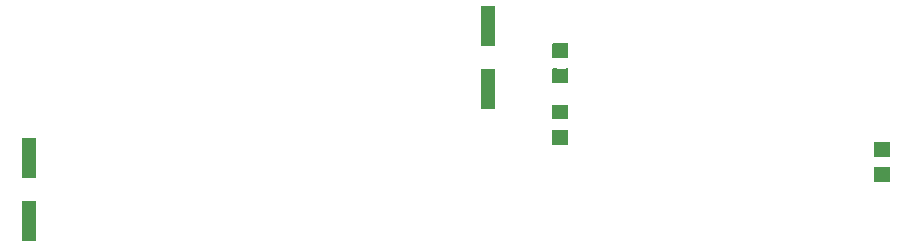
<source format=gtp>
G04*
G04 #@! TF.GenerationSoftware,Altium Limited,Altium Designer,21.7.2 (23)*
G04*
G04 Layer_Color=8421504*
%FSLAX25Y25*%
%MOIN*%
G70*
G04*
G04 #@! TF.SameCoordinates,6DFCDF27-08A9-4E5E-AB17-D276871F0FC1*
G04*
G04*
G04 #@! TF.FilePolarity,Positive*
G04*
G01*
G75*
%ADD14R,0.05421X0.04459*%
%ADD15R,0.04724X0.13780*%
G36*
X242806Y96230D02*
Y91702D01*
X242609Y91505D01*
X240956Y91505D01*
Y93257D01*
X239184D01*
Y91525D01*
X237570Y91505D01*
X237373Y91702D01*
Y96230D01*
X237570Y96426D01*
X242609D01*
X242806Y96230D01*
D02*
G37*
G36*
X239184Y86210D02*
X240956D01*
Y87942D01*
X242609Y87962D01*
X242806Y87765D01*
Y83237D01*
X242609Y83041D01*
X237570D01*
X237373Y83237D01*
Y87765D01*
X237570Y87962D01*
X239184Y87982D01*
Y86210D01*
D02*
G37*
G36*
X242806Y75730D02*
Y71202D01*
X242609Y71005D01*
X240956Y71005D01*
Y72757D01*
X239184D01*
Y71025D01*
X237570Y71005D01*
X237373Y71202D01*
Y75730D01*
X237570Y75927D01*
X242609D01*
X242806Y75730D01*
D02*
G37*
G36*
X239184Y65710D02*
X240956D01*
Y67442D01*
X242609Y67462D01*
X242806Y67265D01*
Y62738D01*
X242609Y62541D01*
X237570D01*
X237373Y62738D01*
Y67265D01*
X237570Y67462D01*
X239184Y67482D01*
Y65710D01*
D02*
G37*
G36*
X350127Y63262D02*
Y58735D01*
X349930Y58538D01*
X348316Y58518D01*
Y60290D01*
X346544D01*
Y58558D01*
X344891Y58538D01*
X344694Y58735D01*
Y63262D01*
X344891Y63459D01*
X349930D01*
X350127Y63262D01*
D02*
G37*
G36*
Y54798D02*
Y50270D01*
X349930Y50073D01*
X344891D01*
X344694Y50270D01*
Y54798D01*
X344891Y54995D01*
X346544Y54995D01*
Y53243D01*
X348316D01*
Y54975D01*
X349930Y54995D01*
X350127Y54798D01*
D02*
G37*
D14*
X347411Y60571D02*
D03*
Y52962D02*
D03*
X240089Y65429D02*
D03*
Y73038D02*
D03*
Y85929D02*
D03*
Y93538D02*
D03*
D15*
X216000Y102012D02*
D03*
Y80988D02*
D03*
X63000Y58012D02*
D03*
Y36988D02*
D03*
M02*

</source>
